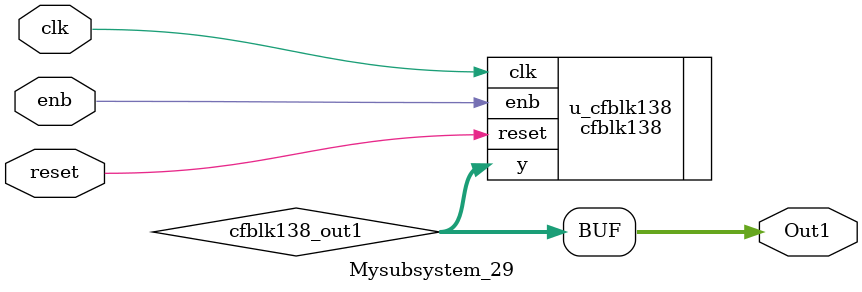
<source format=v>



`timescale 1 ns / 1 ns

module Mysubsystem_29
          (clk,
           reset,
           enb,
           Out1);


  input   clk;
  input   reset;
  input   enb;
  output  [15:0] Out1;  // uint16


  wire [15:0] cfblk138_out1;  // uint16


  cfblk138 u_cfblk138 (.clk(clk),
                       .reset(reset),
                       .enb(enb),
                       .y(cfblk138_out1)  // uint16
                       );

  assign Out1 = cfblk138_out1;

endmodule  // Mysubsystem_29


</source>
